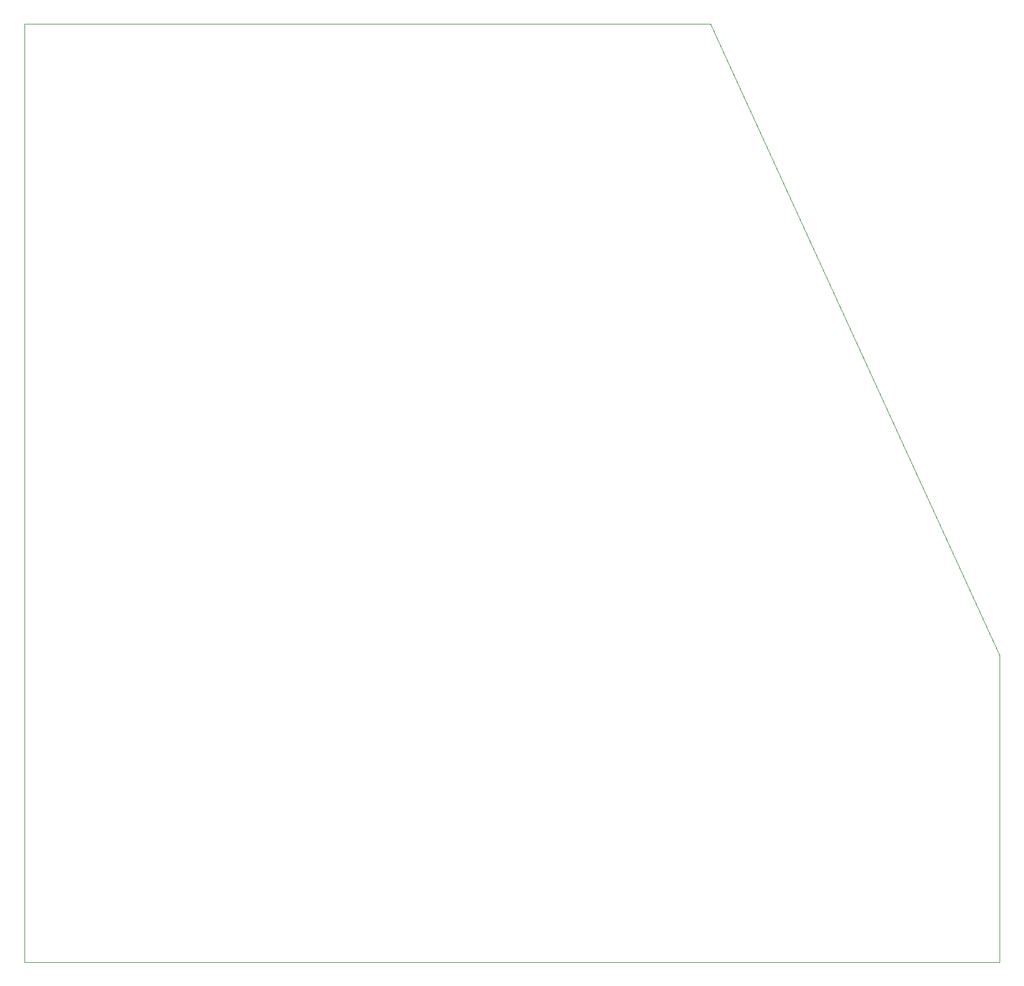
<source format=gbr>
%TF.GenerationSoftware,KiCad,Pcbnew,8.0.4*%
%TF.CreationDate,2024-09-07T12:51:51-06:00*%
%TF.ProjectId,main,6d61696e-2e6b-4696-9361-645f70636258,rev?*%
%TF.SameCoordinates,Original*%
%TF.FileFunction,Profile,NP*%
%FSLAX46Y46*%
G04 Gerber Fmt 4.6, Leading zero omitted, Abs format (unit mm)*
G04 Created by KiCad (PCBNEW 8.0.4) date 2024-09-07 12:51:51*
%MOMM*%
%LPD*%
G01*
G04 APERTURE LIST*
%TA.AperFunction,Profile*%
%ADD10C,0.050000*%
%TD*%
G04 APERTURE END LIST*
D10*
X200000000Y-165000000D02*
X200000000Y-122500000D01*
X160000000Y-35000000D02*
X200000000Y-122500000D01*
X200000000Y-165000000D02*
X65000000Y-165000000D01*
X65000000Y-165000000D02*
X65000000Y-35000000D01*
X160000000Y-35000000D02*
X65000000Y-35000000D01*
M02*

</source>
